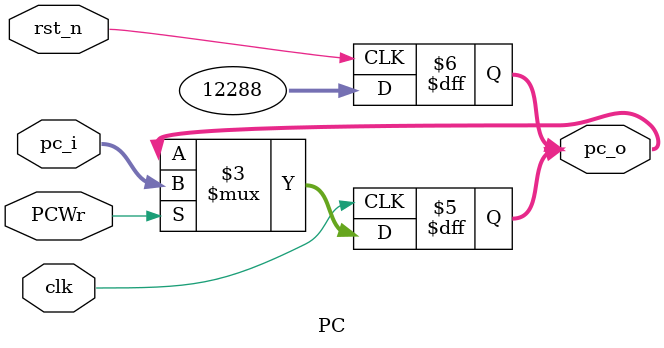
<source format=v>

module PC(clk,rst_n,pc_i,pc_o,PCWr);

	input   clk;
	input   rst_n;
	
	input   PCWr;
	input  [31:0] pc_i;

	
	output reg[31:0] pc_o;

  always@(negedge rst_n)
	 begin
		pc_o <= 32'h0000_3000;
	 end
	
	always@(posedge clk)
	begin
		if(PCWr)
		  begin
		  pc_o <= pc_i;
	    end
	end
endmodule
	
	
</source>
